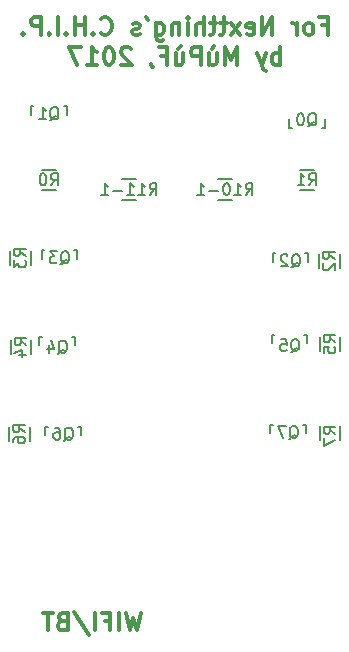
<source format=gbo>
G04 #@! TF.FileFunction,Legend,Bot*
%FSLAX46Y46*%
G04 Gerber Fmt 4.6, Leading zero omitted, Abs format (unit mm)*
G04 Created by KiCad (PCBNEW 4.0.5) date Mon Feb  6 03:04:20 2017*
%MOMM*%
%LPD*%
G01*
G04 APERTURE LIST*
%ADD10C,0.100000*%
%ADD11C,0.300000*%
%ADD12C,0.150000*%
G04 APERTURE END LIST*
D10*
D11*
X87736643Y-104779071D02*
X87379500Y-106279071D01*
X87093786Y-105207643D01*
X86808072Y-106279071D01*
X86450929Y-104779071D01*
X85879500Y-106279071D02*
X85879500Y-104779071D01*
X84665214Y-105493357D02*
X85165214Y-105493357D01*
X85165214Y-106279071D02*
X85165214Y-104779071D01*
X84450928Y-104779071D01*
X83879500Y-106279071D02*
X83879500Y-104779071D01*
X82093786Y-104707643D02*
X83379500Y-106636214D01*
X81093785Y-105493357D02*
X80879499Y-105564786D01*
X80808071Y-105636214D01*
X80736642Y-105779071D01*
X80736642Y-105993357D01*
X80808071Y-106136214D01*
X80879499Y-106207643D01*
X81022357Y-106279071D01*
X81593785Y-106279071D01*
X81593785Y-104779071D01*
X81093785Y-104779071D01*
X80950928Y-104850500D01*
X80879499Y-104921929D01*
X80808071Y-105064786D01*
X80808071Y-105207643D01*
X80879499Y-105350500D01*
X80950928Y-105421929D01*
X81093785Y-105493357D01*
X81593785Y-105493357D01*
X80308071Y-104779071D02*
X79450928Y-104779071D01*
X79879499Y-106279071D02*
X79879499Y-104779071D01*
X103070858Y-55056657D02*
X103570858Y-55056657D01*
X103570858Y-55842371D02*
X103570858Y-54342371D01*
X102856572Y-54342371D01*
X102070858Y-55842371D02*
X102213716Y-55770943D01*
X102285144Y-55699514D01*
X102356573Y-55556657D01*
X102356573Y-55128086D01*
X102285144Y-54985229D01*
X102213716Y-54913800D01*
X102070858Y-54842371D01*
X101856573Y-54842371D01*
X101713716Y-54913800D01*
X101642287Y-54985229D01*
X101570858Y-55128086D01*
X101570858Y-55556657D01*
X101642287Y-55699514D01*
X101713716Y-55770943D01*
X101856573Y-55842371D01*
X102070858Y-55842371D01*
X100928001Y-55842371D02*
X100928001Y-54842371D01*
X100928001Y-55128086D02*
X100856573Y-54985229D01*
X100785144Y-54913800D01*
X100642287Y-54842371D01*
X100499430Y-54842371D01*
X98856573Y-55842371D02*
X98856573Y-54342371D01*
X97999430Y-55842371D01*
X97999430Y-54342371D01*
X96713716Y-55770943D02*
X96856573Y-55842371D01*
X97142287Y-55842371D01*
X97285144Y-55770943D01*
X97356573Y-55628086D01*
X97356573Y-55056657D01*
X97285144Y-54913800D01*
X97142287Y-54842371D01*
X96856573Y-54842371D01*
X96713716Y-54913800D01*
X96642287Y-55056657D01*
X96642287Y-55199514D01*
X97356573Y-55342371D01*
X96142287Y-55842371D02*
X95356573Y-54842371D01*
X96142287Y-54842371D02*
X95356573Y-55842371D01*
X94999430Y-54842371D02*
X94428001Y-54842371D01*
X94785144Y-54342371D02*
X94785144Y-55628086D01*
X94713716Y-55770943D01*
X94570858Y-55842371D01*
X94428001Y-55842371D01*
X94142287Y-54842371D02*
X93570858Y-54842371D01*
X93928001Y-54342371D02*
X93928001Y-55628086D01*
X93856573Y-55770943D01*
X93713715Y-55842371D01*
X93570858Y-55842371D01*
X93070858Y-55842371D02*
X93070858Y-54342371D01*
X92428001Y-55842371D02*
X92428001Y-55056657D01*
X92499430Y-54913800D01*
X92642287Y-54842371D01*
X92856572Y-54842371D01*
X92999430Y-54913800D01*
X93070858Y-54985229D01*
X91713715Y-55842371D02*
X91713715Y-54842371D01*
X91713715Y-54342371D02*
X91785144Y-54413800D01*
X91713715Y-54485229D01*
X91642287Y-54413800D01*
X91713715Y-54342371D01*
X91713715Y-54485229D01*
X90999429Y-54842371D02*
X90999429Y-55842371D01*
X90999429Y-54985229D02*
X90928001Y-54913800D01*
X90785143Y-54842371D01*
X90570858Y-54842371D01*
X90428001Y-54913800D01*
X90356572Y-55056657D01*
X90356572Y-55842371D01*
X88999429Y-54842371D02*
X88999429Y-56056657D01*
X89070858Y-56199514D01*
X89142286Y-56270943D01*
X89285143Y-56342371D01*
X89499429Y-56342371D01*
X89642286Y-56270943D01*
X88999429Y-55770943D02*
X89142286Y-55842371D01*
X89428000Y-55842371D01*
X89570858Y-55770943D01*
X89642286Y-55699514D01*
X89713715Y-55556657D01*
X89713715Y-55128086D01*
X89642286Y-54985229D01*
X89570858Y-54913800D01*
X89428000Y-54842371D01*
X89142286Y-54842371D01*
X88999429Y-54913800D01*
X88213715Y-54342371D02*
X88356572Y-54628086D01*
X87642286Y-55770943D02*
X87499429Y-55842371D01*
X87213714Y-55842371D01*
X87070857Y-55770943D01*
X86999429Y-55628086D01*
X86999429Y-55556657D01*
X87070857Y-55413800D01*
X87213714Y-55342371D01*
X87428000Y-55342371D01*
X87570857Y-55270943D01*
X87642286Y-55128086D01*
X87642286Y-55056657D01*
X87570857Y-54913800D01*
X87428000Y-54842371D01*
X87213714Y-54842371D01*
X87070857Y-54913800D01*
X84356571Y-55699514D02*
X84428000Y-55770943D01*
X84642286Y-55842371D01*
X84785143Y-55842371D01*
X84999428Y-55770943D01*
X85142286Y-55628086D01*
X85213714Y-55485229D01*
X85285143Y-55199514D01*
X85285143Y-54985229D01*
X85213714Y-54699514D01*
X85142286Y-54556657D01*
X84999428Y-54413800D01*
X84785143Y-54342371D01*
X84642286Y-54342371D01*
X84428000Y-54413800D01*
X84356571Y-54485229D01*
X83713714Y-55699514D02*
X83642286Y-55770943D01*
X83713714Y-55842371D01*
X83785143Y-55770943D01*
X83713714Y-55699514D01*
X83713714Y-55842371D01*
X82999428Y-55842371D02*
X82999428Y-54342371D01*
X82999428Y-55056657D02*
X82142285Y-55056657D01*
X82142285Y-55842371D02*
X82142285Y-54342371D01*
X81427999Y-55699514D02*
X81356571Y-55770943D01*
X81427999Y-55842371D01*
X81499428Y-55770943D01*
X81427999Y-55699514D01*
X81427999Y-55842371D01*
X80713713Y-55842371D02*
X80713713Y-54342371D01*
X79999427Y-55699514D02*
X79927999Y-55770943D01*
X79999427Y-55842371D01*
X80070856Y-55770943D01*
X79999427Y-55699514D01*
X79999427Y-55842371D01*
X79285141Y-55842371D02*
X79285141Y-54342371D01*
X78713713Y-54342371D01*
X78570855Y-54413800D01*
X78499427Y-54485229D01*
X78427998Y-54628086D01*
X78427998Y-54842371D01*
X78499427Y-54985229D01*
X78570855Y-55056657D01*
X78713713Y-55128086D01*
X79285141Y-55128086D01*
X77785141Y-55699514D02*
X77713713Y-55770943D01*
X77785141Y-55842371D01*
X77856570Y-55770943D01*
X77785141Y-55699514D01*
X77785141Y-55842371D01*
X99535142Y-58392371D02*
X99535142Y-56892371D01*
X99535142Y-57463800D02*
X99392285Y-57392371D01*
X99106571Y-57392371D01*
X98963714Y-57463800D01*
X98892285Y-57535229D01*
X98820856Y-57678086D01*
X98820856Y-58106657D01*
X98892285Y-58249514D01*
X98963714Y-58320943D01*
X99106571Y-58392371D01*
X99392285Y-58392371D01*
X99535142Y-58320943D01*
X98320856Y-57392371D02*
X97963713Y-58392371D01*
X97606571Y-57392371D02*
X97963713Y-58392371D01*
X98106571Y-58749514D01*
X98177999Y-58820943D01*
X98320856Y-58892371D01*
X95892285Y-58392371D02*
X95892285Y-56892371D01*
X95392285Y-57963800D01*
X94892285Y-56892371D01*
X94892285Y-58392371D01*
X93535142Y-57392371D02*
X93535142Y-58392371D01*
X94177999Y-57392371D02*
X94177999Y-58178086D01*
X94106571Y-58320943D01*
X93963713Y-58392371D01*
X93749428Y-58392371D01*
X93606571Y-58320943D01*
X93535142Y-58249514D01*
X93963713Y-56820943D02*
X93749428Y-57035229D01*
X92820856Y-58392371D02*
X92820856Y-56892371D01*
X92249428Y-56892371D01*
X92106570Y-56963800D01*
X92035142Y-57035229D01*
X91963713Y-57178086D01*
X91963713Y-57392371D01*
X92035142Y-57535229D01*
X92106570Y-57606657D01*
X92249428Y-57678086D01*
X92820856Y-57678086D01*
X90677999Y-57392371D02*
X90677999Y-58392371D01*
X91320856Y-57392371D02*
X91320856Y-58178086D01*
X91249428Y-58320943D01*
X91106570Y-58392371D01*
X90892285Y-58392371D01*
X90749428Y-58320943D01*
X90677999Y-58249514D01*
X91106570Y-56820943D02*
X90892285Y-57035229D01*
X89463713Y-57606657D02*
X89963713Y-57606657D01*
X89963713Y-58392371D02*
X89963713Y-56892371D01*
X89249427Y-56892371D01*
X88606571Y-58320943D02*
X88606571Y-58392371D01*
X88677999Y-58535229D01*
X88749428Y-58606657D01*
X86892285Y-57035229D02*
X86820856Y-56963800D01*
X86677999Y-56892371D01*
X86320856Y-56892371D01*
X86177999Y-56963800D01*
X86106570Y-57035229D01*
X86035142Y-57178086D01*
X86035142Y-57320943D01*
X86106570Y-57535229D01*
X86963713Y-58392371D01*
X86035142Y-58392371D01*
X85106571Y-56892371D02*
X84963714Y-56892371D01*
X84820857Y-56963800D01*
X84749428Y-57035229D01*
X84677999Y-57178086D01*
X84606571Y-57463800D01*
X84606571Y-57820943D01*
X84677999Y-58106657D01*
X84749428Y-58249514D01*
X84820857Y-58320943D01*
X84963714Y-58392371D01*
X85106571Y-58392371D01*
X85249428Y-58320943D01*
X85320857Y-58249514D01*
X85392285Y-58106657D01*
X85463714Y-57820943D01*
X85463714Y-57463800D01*
X85392285Y-57178086D01*
X85320857Y-57035229D01*
X85249428Y-56963800D01*
X85106571Y-56892371D01*
X83178000Y-58392371D02*
X84035143Y-58392371D01*
X83606571Y-58392371D02*
X83606571Y-56892371D01*
X83749428Y-57106657D01*
X83892286Y-57249514D01*
X84035143Y-57320943D01*
X82678000Y-56892371D02*
X81678000Y-56892371D01*
X82320857Y-58392371D01*
D12*
X86141000Y-69836000D02*
X87341000Y-69836000D01*
X87341000Y-68086000D02*
X86141000Y-68086000D01*
X101829820Y-81965800D02*
X101829820Y-81264760D01*
X101829820Y-81264760D02*
X101580900Y-81264760D01*
X99030840Y-81264760D02*
X98830180Y-81264760D01*
X98830180Y-81264760D02*
X98830180Y-81965800D01*
X81446320Y-62598300D02*
X81446320Y-61897260D01*
X81446320Y-61897260D02*
X81197400Y-61897260D01*
X78647340Y-61897260D02*
X78446680Y-61897260D01*
X78446680Y-61897260D02*
X78446680Y-62598300D01*
X101893320Y-75044300D02*
X101893320Y-74343260D01*
X101893320Y-74343260D02*
X101644400Y-74343260D01*
X99094340Y-74343260D02*
X98893680Y-74343260D01*
X98893680Y-74343260D02*
X98893680Y-75044300D01*
X82335320Y-74790300D02*
X82335320Y-74089260D01*
X82335320Y-74089260D02*
X82086400Y-74089260D01*
X79536340Y-74089260D02*
X79335680Y-74089260D01*
X79335680Y-74089260D02*
X79335680Y-74790300D01*
X100290680Y-63004700D02*
X100290680Y-63705740D01*
X100290680Y-63705740D02*
X100539600Y-63705740D01*
X103089660Y-63705740D02*
X103290320Y-63705740D01*
X103290320Y-63705740D02*
X103290320Y-63004700D01*
X82144820Y-82092800D02*
X82144820Y-81391760D01*
X82144820Y-81391760D02*
X81895900Y-81391760D01*
X79345840Y-81391760D02*
X79145180Y-81391760D01*
X79145180Y-81391760D02*
X79145180Y-82092800D01*
X82652820Y-89712800D02*
X82652820Y-89011760D01*
X82652820Y-89011760D02*
X82403900Y-89011760D01*
X79853840Y-89011760D02*
X79653180Y-89011760D01*
X79653180Y-89011760D02*
X79653180Y-89712800D01*
X101702820Y-89585800D02*
X101702820Y-88884760D01*
X101702820Y-88884760D02*
X101453900Y-88884760D01*
X98903840Y-88884760D02*
X98703180Y-88884760D01*
X98703180Y-88884760D02*
X98703180Y-89585800D01*
X102820500Y-74393500D02*
X102820500Y-75593500D01*
X104570500Y-75593500D02*
X104570500Y-74393500D01*
X76658500Y-74139500D02*
X76658500Y-75339500D01*
X78408500Y-75339500D02*
X78408500Y-74139500D01*
X78472000Y-82896000D02*
X78472000Y-81696000D01*
X76722000Y-81696000D02*
X76722000Y-82896000D01*
X104634000Y-82642000D02*
X104634000Y-81442000D01*
X102884000Y-81442000D02*
X102884000Y-82642000D01*
X78345000Y-90262000D02*
X78345000Y-89062000D01*
X76595000Y-89062000D02*
X76595000Y-90262000D01*
X104634000Y-90135000D02*
X104634000Y-88935000D01*
X102884000Y-88935000D02*
X102884000Y-90135000D01*
X94269000Y-69836000D02*
X95469000Y-69836000D01*
X95469000Y-68086000D02*
X94269000Y-68086000D01*
X80546500Y-67260500D02*
X79346500Y-67260500D01*
X79346500Y-69010500D02*
X80546500Y-69010500D01*
X101190500Y-69010500D02*
X102390500Y-69010500D01*
X102390500Y-67260500D02*
X101190500Y-67260500D01*
X88479095Y-69413381D02*
X88812429Y-68937190D01*
X89050524Y-69413381D02*
X89050524Y-68413381D01*
X88669571Y-68413381D01*
X88574333Y-68461000D01*
X88526714Y-68508619D01*
X88479095Y-68603857D01*
X88479095Y-68746714D01*
X88526714Y-68841952D01*
X88574333Y-68889571D01*
X88669571Y-68937190D01*
X89050524Y-68937190D01*
X87526714Y-69413381D02*
X88098143Y-69413381D01*
X87812429Y-69413381D02*
X87812429Y-68413381D01*
X87907667Y-68556238D01*
X88002905Y-68651476D01*
X88098143Y-68699095D01*
X86574333Y-69413381D02*
X87145762Y-69413381D01*
X86860048Y-69413381D02*
X86860048Y-68413381D01*
X86955286Y-68556238D01*
X87050524Y-68651476D01*
X87145762Y-68699095D01*
X86145762Y-69032429D02*
X85383857Y-69032429D01*
X84383857Y-69413381D02*
X84955286Y-69413381D01*
X84669572Y-69413381D02*
X84669572Y-68413381D01*
X84764810Y-68556238D01*
X84860048Y-68651476D01*
X84955286Y-68699095D01*
X100425238Y-82716619D02*
X100520476Y-82669000D01*
X100615714Y-82573762D01*
X100758571Y-82430905D01*
X100853810Y-82383286D01*
X100949048Y-82383286D01*
X100901429Y-82621381D02*
X100996667Y-82573762D01*
X101091905Y-82478524D01*
X101139524Y-82288048D01*
X101139524Y-81954714D01*
X101091905Y-81764238D01*
X100996667Y-81669000D01*
X100901429Y-81621381D01*
X100710952Y-81621381D01*
X100615714Y-81669000D01*
X100520476Y-81764238D01*
X100472857Y-81954714D01*
X100472857Y-82288048D01*
X100520476Y-82478524D01*
X100615714Y-82573762D01*
X100710952Y-82621381D01*
X100901429Y-82621381D01*
X99568095Y-81621381D02*
X100044286Y-81621381D01*
X100091905Y-82097571D01*
X100044286Y-82049952D01*
X99949048Y-82002333D01*
X99710952Y-82002333D01*
X99615714Y-82049952D01*
X99568095Y-82097571D01*
X99520476Y-82192810D01*
X99520476Y-82430905D01*
X99568095Y-82526143D01*
X99615714Y-82573762D01*
X99710952Y-82621381D01*
X99949048Y-82621381D01*
X100044286Y-82573762D01*
X100091905Y-82526143D01*
X80041738Y-63095119D02*
X80136976Y-63047500D01*
X80232214Y-62952262D01*
X80375071Y-62809405D01*
X80470310Y-62761786D01*
X80565548Y-62761786D01*
X80517929Y-62999881D02*
X80613167Y-62952262D01*
X80708405Y-62857024D01*
X80756024Y-62666548D01*
X80756024Y-62333214D01*
X80708405Y-62142738D01*
X80613167Y-62047500D01*
X80517929Y-61999881D01*
X80327452Y-61999881D01*
X80232214Y-62047500D01*
X80136976Y-62142738D01*
X80089357Y-62333214D01*
X80089357Y-62666548D01*
X80136976Y-62857024D01*
X80232214Y-62952262D01*
X80327452Y-62999881D01*
X80517929Y-62999881D01*
X79136976Y-62999881D02*
X79708405Y-62999881D01*
X79422691Y-62999881D02*
X79422691Y-61999881D01*
X79517929Y-62142738D01*
X79613167Y-62237976D01*
X79708405Y-62285595D01*
X100488738Y-75541119D02*
X100583976Y-75493500D01*
X100679214Y-75398262D01*
X100822071Y-75255405D01*
X100917310Y-75207786D01*
X101012548Y-75207786D01*
X100964929Y-75445881D02*
X101060167Y-75398262D01*
X101155405Y-75303024D01*
X101203024Y-75112548D01*
X101203024Y-74779214D01*
X101155405Y-74588738D01*
X101060167Y-74493500D01*
X100964929Y-74445881D01*
X100774452Y-74445881D01*
X100679214Y-74493500D01*
X100583976Y-74588738D01*
X100536357Y-74779214D01*
X100536357Y-75112548D01*
X100583976Y-75303024D01*
X100679214Y-75398262D01*
X100774452Y-75445881D01*
X100964929Y-75445881D01*
X100155405Y-74541119D02*
X100107786Y-74493500D01*
X100012548Y-74445881D01*
X99774452Y-74445881D01*
X99679214Y-74493500D01*
X99631595Y-74541119D01*
X99583976Y-74636357D01*
X99583976Y-74731595D01*
X99631595Y-74874452D01*
X100203024Y-75445881D01*
X99583976Y-75445881D01*
X80930738Y-75287119D02*
X81025976Y-75239500D01*
X81121214Y-75144262D01*
X81264071Y-75001405D01*
X81359310Y-74953786D01*
X81454548Y-74953786D01*
X81406929Y-75191881D02*
X81502167Y-75144262D01*
X81597405Y-75049024D01*
X81645024Y-74858548D01*
X81645024Y-74525214D01*
X81597405Y-74334738D01*
X81502167Y-74239500D01*
X81406929Y-74191881D01*
X81216452Y-74191881D01*
X81121214Y-74239500D01*
X81025976Y-74334738D01*
X80978357Y-74525214D01*
X80978357Y-74858548D01*
X81025976Y-75049024D01*
X81121214Y-75144262D01*
X81216452Y-75191881D01*
X81406929Y-75191881D01*
X80645024Y-74191881D02*
X80025976Y-74191881D01*
X80359310Y-74572833D01*
X80216452Y-74572833D01*
X80121214Y-74620452D01*
X80073595Y-74668071D01*
X80025976Y-74763310D01*
X80025976Y-75001405D01*
X80073595Y-75096643D01*
X80121214Y-75144262D01*
X80216452Y-75191881D01*
X80502167Y-75191881D01*
X80597405Y-75144262D01*
X80645024Y-75096643D01*
X101885738Y-63603119D02*
X101980976Y-63555500D01*
X102076214Y-63460262D01*
X102219071Y-63317405D01*
X102314310Y-63269786D01*
X102409548Y-63269786D01*
X102361929Y-63507881D02*
X102457167Y-63460262D01*
X102552405Y-63365024D01*
X102600024Y-63174548D01*
X102600024Y-62841214D01*
X102552405Y-62650738D01*
X102457167Y-62555500D01*
X102361929Y-62507881D01*
X102171452Y-62507881D01*
X102076214Y-62555500D01*
X101980976Y-62650738D01*
X101933357Y-62841214D01*
X101933357Y-63174548D01*
X101980976Y-63365024D01*
X102076214Y-63460262D01*
X102171452Y-63507881D01*
X102361929Y-63507881D01*
X101314310Y-62507881D02*
X101219071Y-62507881D01*
X101123833Y-62555500D01*
X101076214Y-62603119D01*
X101028595Y-62698357D01*
X100980976Y-62888833D01*
X100980976Y-63126929D01*
X101028595Y-63317405D01*
X101076214Y-63412643D01*
X101123833Y-63460262D01*
X101219071Y-63507881D01*
X101314310Y-63507881D01*
X101409548Y-63460262D01*
X101457167Y-63412643D01*
X101504786Y-63317405D01*
X101552405Y-63126929D01*
X101552405Y-62888833D01*
X101504786Y-62698357D01*
X101457167Y-62603119D01*
X101409548Y-62555500D01*
X101314310Y-62507881D01*
X80740238Y-82843619D02*
X80835476Y-82796000D01*
X80930714Y-82700762D01*
X81073571Y-82557905D01*
X81168810Y-82510286D01*
X81264048Y-82510286D01*
X81216429Y-82748381D02*
X81311667Y-82700762D01*
X81406905Y-82605524D01*
X81454524Y-82415048D01*
X81454524Y-82081714D01*
X81406905Y-81891238D01*
X81311667Y-81796000D01*
X81216429Y-81748381D01*
X81025952Y-81748381D01*
X80930714Y-81796000D01*
X80835476Y-81891238D01*
X80787857Y-82081714D01*
X80787857Y-82415048D01*
X80835476Y-82605524D01*
X80930714Y-82700762D01*
X81025952Y-82748381D01*
X81216429Y-82748381D01*
X79930714Y-82081714D02*
X79930714Y-82748381D01*
X80168810Y-81700762D02*
X80406905Y-82415048D01*
X79787857Y-82415048D01*
X81248238Y-90209619D02*
X81343476Y-90162000D01*
X81438714Y-90066762D01*
X81581571Y-89923905D01*
X81676810Y-89876286D01*
X81772048Y-89876286D01*
X81724429Y-90114381D02*
X81819667Y-90066762D01*
X81914905Y-89971524D01*
X81962524Y-89781048D01*
X81962524Y-89447714D01*
X81914905Y-89257238D01*
X81819667Y-89162000D01*
X81724429Y-89114381D01*
X81533952Y-89114381D01*
X81438714Y-89162000D01*
X81343476Y-89257238D01*
X81295857Y-89447714D01*
X81295857Y-89781048D01*
X81343476Y-89971524D01*
X81438714Y-90066762D01*
X81533952Y-90114381D01*
X81724429Y-90114381D01*
X80438714Y-89114381D02*
X80629191Y-89114381D01*
X80724429Y-89162000D01*
X80772048Y-89209619D01*
X80867286Y-89352476D01*
X80914905Y-89542952D01*
X80914905Y-89923905D01*
X80867286Y-90019143D01*
X80819667Y-90066762D01*
X80724429Y-90114381D01*
X80533952Y-90114381D01*
X80438714Y-90066762D01*
X80391095Y-90019143D01*
X80343476Y-89923905D01*
X80343476Y-89685810D01*
X80391095Y-89590571D01*
X80438714Y-89542952D01*
X80533952Y-89495333D01*
X80724429Y-89495333D01*
X80819667Y-89542952D01*
X80867286Y-89590571D01*
X80914905Y-89685810D01*
X100298238Y-90082619D02*
X100393476Y-90035000D01*
X100488714Y-89939762D01*
X100631571Y-89796905D01*
X100726810Y-89749286D01*
X100822048Y-89749286D01*
X100774429Y-89987381D02*
X100869667Y-89939762D01*
X100964905Y-89844524D01*
X101012524Y-89654048D01*
X101012524Y-89320714D01*
X100964905Y-89130238D01*
X100869667Y-89035000D01*
X100774429Y-88987381D01*
X100583952Y-88987381D01*
X100488714Y-89035000D01*
X100393476Y-89130238D01*
X100345857Y-89320714D01*
X100345857Y-89654048D01*
X100393476Y-89844524D01*
X100488714Y-89939762D01*
X100583952Y-89987381D01*
X100774429Y-89987381D01*
X100012524Y-88987381D02*
X99345857Y-88987381D01*
X99774429Y-89987381D01*
X104147881Y-74826834D02*
X103671690Y-74493500D01*
X104147881Y-74255405D02*
X103147881Y-74255405D01*
X103147881Y-74636358D01*
X103195500Y-74731596D01*
X103243119Y-74779215D01*
X103338357Y-74826834D01*
X103481214Y-74826834D01*
X103576452Y-74779215D01*
X103624071Y-74731596D01*
X103671690Y-74636358D01*
X103671690Y-74255405D01*
X103243119Y-75207786D02*
X103195500Y-75255405D01*
X103147881Y-75350643D01*
X103147881Y-75588739D01*
X103195500Y-75683977D01*
X103243119Y-75731596D01*
X103338357Y-75779215D01*
X103433595Y-75779215D01*
X103576452Y-75731596D01*
X104147881Y-75160167D01*
X104147881Y-75779215D01*
X77985881Y-74572834D02*
X77509690Y-74239500D01*
X77985881Y-74001405D02*
X76985881Y-74001405D01*
X76985881Y-74382358D01*
X77033500Y-74477596D01*
X77081119Y-74525215D01*
X77176357Y-74572834D01*
X77319214Y-74572834D01*
X77414452Y-74525215D01*
X77462071Y-74477596D01*
X77509690Y-74382358D01*
X77509690Y-74001405D01*
X76985881Y-74906167D02*
X76985881Y-75525215D01*
X77366833Y-75191881D01*
X77366833Y-75334739D01*
X77414452Y-75429977D01*
X77462071Y-75477596D01*
X77557310Y-75525215D01*
X77795405Y-75525215D01*
X77890643Y-75477596D01*
X77938262Y-75429977D01*
X77985881Y-75334739D01*
X77985881Y-75049024D01*
X77938262Y-74953786D01*
X77890643Y-74906167D01*
X78049381Y-82129334D02*
X77573190Y-81796000D01*
X78049381Y-81557905D02*
X77049381Y-81557905D01*
X77049381Y-81938858D01*
X77097000Y-82034096D01*
X77144619Y-82081715D01*
X77239857Y-82129334D01*
X77382714Y-82129334D01*
X77477952Y-82081715D01*
X77525571Y-82034096D01*
X77573190Y-81938858D01*
X77573190Y-81557905D01*
X77382714Y-82986477D02*
X78049381Y-82986477D01*
X77001762Y-82748381D02*
X77716048Y-82510286D01*
X77716048Y-83129334D01*
X104211381Y-81875334D02*
X103735190Y-81542000D01*
X104211381Y-81303905D02*
X103211381Y-81303905D01*
X103211381Y-81684858D01*
X103259000Y-81780096D01*
X103306619Y-81827715D01*
X103401857Y-81875334D01*
X103544714Y-81875334D01*
X103639952Y-81827715D01*
X103687571Y-81780096D01*
X103735190Y-81684858D01*
X103735190Y-81303905D01*
X103211381Y-82780096D02*
X103211381Y-82303905D01*
X103687571Y-82256286D01*
X103639952Y-82303905D01*
X103592333Y-82399143D01*
X103592333Y-82637239D01*
X103639952Y-82732477D01*
X103687571Y-82780096D01*
X103782810Y-82827715D01*
X104020905Y-82827715D01*
X104116143Y-82780096D01*
X104163762Y-82732477D01*
X104211381Y-82637239D01*
X104211381Y-82399143D01*
X104163762Y-82303905D01*
X104116143Y-82256286D01*
X77922381Y-89495334D02*
X77446190Y-89162000D01*
X77922381Y-88923905D02*
X76922381Y-88923905D01*
X76922381Y-89304858D01*
X76970000Y-89400096D01*
X77017619Y-89447715D01*
X77112857Y-89495334D01*
X77255714Y-89495334D01*
X77350952Y-89447715D01*
X77398571Y-89400096D01*
X77446190Y-89304858D01*
X77446190Y-88923905D01*
X76922381Y-90352477D02*
X76922381Y-90162000D01*
X76970000Y-90066762D01*
X77017619Y-90019143D01*
X77160476Y-89923905D01*
X77350952Y-89876286D01*
X77731905Y-89876286D01*
X77827143Y-89923905D01*
X77874762Y-89971524D01*
X77922381Y-90066762D01*
X77922381Y-90257239D01*
X77874762Y-90352477D01*
X77827143Y-90400096D01*
X77731905Y-90447715D01*
X77493810Y-90447715D01*
X77398571Y-90400096D01*
X77350952Y-90352477D01*
X77303333Y-90257239D01*
X77303333Y-90066762D01*
X77350952Y-89971524D01*
X77398571Y-89923905D01*
X77493810Y-89876286D01*
X104211381Y-89622334D02*
X103735190Y-89289000D01*
X104211381Y-89050905D02*
X103211381Y-89050905D01*
X103211381Y-89431858D01*
X103259000Y-89527096D01*
X103306619Y-89574715D01*
X103401857Y-89622334D01*
X103544714Y-89622334D01*
X103639952Y-89574715D01*
X103687571Y-89527096D01*
X103735190Y-89431858D01*
X103735190Y-89050905D01*
X103211381Y-89955667D02*
X103211381Y-90622334D01*
X104211381Y-90193762D01*
X96607095Y-69413381D02*
X96940429Y-68937190D01*
X97178524Y-69413381D02*
X97178524Y-68413381D01*
X96797571Y-68413381D01*
X96702333Y-68461000D01*
X96654714Y-68508619D01*
X96607095Y-68603857D01*
X96607095Y-68746714D01*
X96654714Y-68841952D01*
X96702333Y-68889571D01*
X96797571Y-68937190D01*
X97178524Y-68937190D01*
X95654714Y-69413381D02*
X96226143Y-69413381D01*
X95940429Y-69413381D02*
X95940429Y-68413381D01*
X96035667Y-68556238D01*
X96130905Y-68651476D01*
X96226143Y-68699095D01*
X95035667Y-68413381D02*
X94940428Y-68413381D01*
X94845190Y-68461000D01*
X94797571Y-68508619D01*
X94749952Y-68603857D01*
X94702333Y-68794333D01*
X94702333Y-69032429D01*
X94749952Y-69222905D01*
X94797571Y-69318143D01*
X94845190Y-69365762D01*
X94940428Y-69413381D01*
X95035667Y-69413381D01*
X95130905Y-69365762D01*
X95178524Y-69318143D01*
X95226143Y-69222905D01*
X95273762Y-69032429D01*
X95273762Y-68794333D01*
X95226143Y-68603857D01*
X95178524Y-68508619D01*
X95130905Y-68461000D01*
X95035667Y-68413381D01*
X94273762Y-69032429D02*
X93511857Y-69032429D01*
X92511857Y-69413381D02*
X93083286Y-69413381D01*
X92797572Y-69413381D02*
X92797572Y-68413381D01*
X92892810Y-68556238D01*
X92988048Y-68651476D01*
X93083286Y-68699095D01*
X80113166Y-68587881D02*
X80446500Y-68111690D01*
X80684595Y-68587881D02*
X80684595Y-67587881D01*
X80303642Y-67587881D01*
X80208404Y-67635500D01*
X80160785Y-67683119D01*
X80113166Y-67778357D01*
X80113166Y-67921214D01*
X80160785Y-68016452D01*
X80208404Y-68064071D01*
X80303642Y-68111690D01*
X80684595Y-68111690D01*
X79494119Y-67587881D02*
X79398880Y-67587881D01*
X79303642Y-67635500D01*
X79256023Y-67683119D01*
X79208404Y-67778357D01*
X79160785Y-67968833D01*
X79160785Y-68206929D01*
X79208404Y-68397405D01*
X79256023Y-68492643D01*
X79303642Y-68540262D01*
X79398880Y-68587881D01*
X79494119Y-68587881D01*
X79589357Y-68540262D01*
X79636976Y-68492643D01*
X79684595Y-68397405D01*
X79732214Y-68206929D01*
X79732214Y-67968833D01*
X79684595Y-67778357D01*
X79636976Y-67683119D01*
X79589357Y-67635500D01*
X79494119Y-67587881D01*
X101957166Y-68587881D02*
X102290500Y-68111690D01*
X102528595Y-68587881D02*
X102528595Y-67587881D01*
X102147642Y-67587881D01*
X102052404Y-67635500D01*
X102004785Y-67683119D01*
X101957166Y-67778357D01*
X101957166Y-67921214D01*
X102004785Y-68016452D01*
X102052404Y-68064071D01*
X102147642Y-68111690D01*
X102528595Y-68111690D01*
X101004785Y-68587881D02*
X101576214Y-68587881D01*
X101290500Y-68587881D02*
X101290500Y-67587881D01*
X101385738Y-67730738D01*
X101480976Y-67825976D01*
X101576214Y-67873595D01*
M02*

</source>
